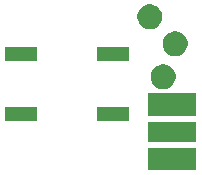
<source format=gts>
G04 #@! TF.GenerationSoftware,KiCad,Pcbnew,5.0.2-bee76a0~70~ubuntu18.04.1*
G04 #@! TF.CreationDate,2019-03-08T02:12:37-05:00*
G04 #@! TF.ProjectId,LO1,4c4f312e-6b69-4636-9164-5f7063625858,rev?*
G04 #@! TF.SameCoordinates,Original*
G04 #@! TF.FileFunction,Soldermask,Top*
G04 #@! TF.FilePolarity,Negative*
%FSLAX46Y46*%
G04 Gerber Fmt 4.6, Leading zero omitted, Abs format (unit mm)*
G04 Created by KiCad (PCBNEW 5.0.2-bee76a0~70~ubuntu18.04.1) date Fri 08 Mar 2019 02:12:37 AM EST*
%MOMM*%
%LPD*%
G01*
G04 APERTURE LIST*
%ADD10C,0.100000*%
G04 APERTURE END LIST*
D10*
G36*
X145561000Y-77775000D02*
X141459000Y-77775000D01*
X141459000Y-75873000D01*
X145561000Y-75873000D01*
X145561000Y-77775000D01*
X145561000Y-77775000D01*
G37*
G36*
X145561000Y-75375000D02*
X141459000Y-75375000D01*
X141459000Y-73673000D01*
X145561000Y-73673000D01*
X145561000Y-75375000D01*
X145561000Y-75375000D01*
G37*
G36*
X139846000Y-73586000D02*
X137164000Y-73586000D01*
X137164000Y-72464000D01*
X139846000Y-72464000D01*
X139846000Y-73586000D01*
X139846000Y-73586000D01*
G37*
G36*
X132076000Y-73586000D02*
X129394000Y-73586000D01*
X129394000Y-72464000D01*
X132076000Y-72464000D01*
X132076000Y-73586000D01*
X132076000Y-73586000D01*
G37*
G36*
X145561000Y-73175000D02*
X141459000Y-73175000D01*
X141459000Y-71273000D01*
X145561000Y-71273000D01*
X145561000Y-73175000D01*
X145561000Y-73175000D01*
G37*
G36*
X143054414Y-68839879D02*
X143054416Y-68839880D01*
X143054417Y-68839880D01*
X143245594Y-68919068D01*
X143417651Y-69034033D01*
X143563967Y-69180349D01*
X143678932Y-69352406D01*
X143758121Y-69543586D01*
X143798490Y-69746534D01*
X143798490Y-69953466D01*
X143758121Y-70156414D01*
X143678932Y-70347594D01*
X143563967Y-70519651D01*
X143417651Y-70665967D01*
X143417648Y-70665969D01*
X143245594Y-70780932D01*
X143054417Y-70860120D01*
X143054416Y-70860120D01*
X143054414Y-70860121D01*
X142851466Y-70900490D01*
X142644534Y-70900490D01*
X142441586Y-70860121D01*
X142441584Y-70860120D01*
X142441583Y-70860120D01*
X142250406Y-70780932D01*
X142078352Y-70665969D01*
X142078349Y-70665967D01*
X141932033Y-70519651D01*
X141817068Y-70347594D01*
X141737879Y-70156414D01*
X141697510Y-69953466D01*
X141697510Y-69746534D01*
X141737879Y-69543586D01*
X141817068Y-69352406D01*
X141932033Y-69180349D01*
X142078349Y-69034033D01*
X142250406Y-68919068D01*
X142441583Y-68839880D01*
X142441584Y-68839880D01*
X142441586Y-68839879D01*
X142644534Y-68799510D01*
X142851466Y-68799510D01*
X143054414Y-68839879D01*
X143054414Y-68839879D01*
G37*
G36*
X139846000Y-68506000D02*
X137164000Y-68506000D01*
X137164000Y-67384000D01*
X139846000Y-67384000D01*
X139846000Y-68506000D01*
X139846000Y-68506000D01*
G37*
G36*
X132076000Y-68506000D02*
X129394000Y-68506000D01*
X129394000Y-67384000D01*
X132076000Y-67384000D01*
X132076000Y-68506000D01*
X132076000Y-68506000D01*
G37*
G36*
X144070414Y-66045879D02*
X144070416Y-66045880D01*
X144070417Y-66045880D01*
X144261594Y-66125068D01*
X144433651Y-66240033D01*
X144579967Y-66386349D01*
X144694932Y-66558406D01*
X144774121Y-66749586D01*
X144814490Y-66952534D01*
X144814490Y-67159466D01*
X144774121Y-67362414D01*
X144694932Y-67553594D01*
X144579967Y-67725651D01*
X144433651Y-67871967D01*
X144433648Y-67871969D01*
X144261594Y-67986932D01*
X144070417Y-68066120D01*
X144070416Y-68066120D01*
X144070414Y-68066121D01*
X143867466Y-68106490D01*
X143660534Y-68106490D01*
X143457586Y-68066121D01*
X143457584Y-68066120D01*
X143457583Y-68066120D01*
X143266406Y-67986932D01*
X143094352Y-67871969D01*
X143094349Y-67871967D01*
X142948033Y-67725651D01*
X142833068Y-67553594D01*
X142753879Y-67362414D01*
X142713510Y-67159466D01*
X142713510Y-66952534D01*
X142753879Y-66749586D01*
X142833068Y-66558406D01*
X142948033Y-66386349D01*
X143094349Y-66240033D01*
X143266406Y-66125068D01*
X143457583Y-66045880D01*
X143457584Y-66045880D01*
X143457586Y-66045879D01*
X143660534Y-66005510D01*
X143867466Y-66005510D01*
X144070414Y-66045879D01*
X144070414Y-66045879D01*
G37*
G36*
X141911414Y-63759879D02*
X141911416Y-63759880D01*
X141911417Y-63759880D01*
X142102594Y-63839068D01*
X142274651Y-63954033D01*
X142420967Y-64100349D01*
X142535932Y-64272406D01*
X142615121Y-64463586D01*
X142655490Y-64666534D01*
X142655490Y-64873466D01*
X142615121Y-65076414D01*
X142535932Y-65267594D01*
X142420967Y-65439651D01*
X142274651Y-65585967D01*
X142274648Y-65585969D01*
X142102594Y-65700932D01*
X141911417Y-65780120D01*
X141911416Y-65780120D01*
X141911414Y-65780121D01*
X141708466Y-65820490D01*
X141501534Y-65820490D01*
X141298586Y-65780121D01*
X141298584Y-65780120D01*
X141298583Y-65780120D01*
X141107406Y-65700932D01*
X140935352Y-65585969D01*
X140935349Y-65585967D01*
X140789033Y-65439651D01*
X140674068Y-65267594D01*
X140594879Y-65076414D01*
X140554510Y-64873466D01*
X140554510Y-64666534D01*
X140594879Y-64463586D01*
X140674068Y-64272406D01*
X140789033Y-64100349D01*
X140935349Y-63954033D01*
X141107406Y-63839068D01*
X141298583Y-63759880D01*
X141298584Y-63759880D01*
X141298586Y-63759879D01*
X141501534Y-63719510D01*
X141708466Y-63719510D01*
X141911414Y-63759879D01*
X141911414Y-63759879D01*
G37*
M02*

</source>
